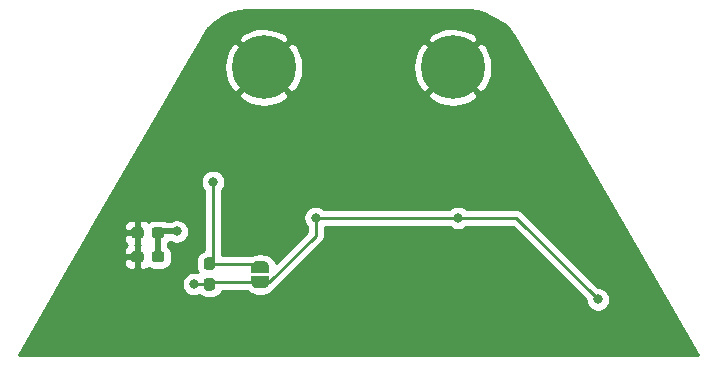
<source format=gbr>
%TF.GenerationSoftware,KiCad,Pcbnew,(5.1.6)-1*%
%TF.CreationDate,2020-11-09T21:27:46-05:00*%
%TF.ProjectId,LIghtBoard,4c496768-7442-46f6-9172-642e6b696361,rev?*%
%TF.SameCoordinates,Original*%
%TF.FileFunction,Copper,L2,Bot*%
%TF.FilePolarity,Positive*%
%FSLAX46Y46*%
G04 Gerber Fmt 4.6, Leading zero omitted, Abs format (unit mm)*
G04 Created by KiCad (PCBNEW (5.1.6)-1) date 2020-11-09 21:27:46*
%MOMM*%
%LPD*%
G01*
G04 APERTURE LIST*
%TA.AperFunction,ComponentPad*%
%ADD10C,5.400000*%
%TD*%
%TA.AperFunction,SMDPad,CuDef*%
%ADD11C,0.100000*%
%TD*%
%TA.AperFunction,ViaPad*%
%ADD12C,0.800000*%
%TD*%
%TA.AperFunction,Conductor*%
%ADD13C,0.500000*%
%TD*%
%TA.AperFunction,Conductor*%
%ADD14C,0.250000*%
%TD*%
%TA.AperFunction,Conductor*%
%ADD15C,0.254000*%
%TD*%
G04 APERTURE END LIST*
D10*
%TO.P,H1,1*%
%TO.N,GND*%
X123900000Y-85100000D03*
%TD*%
%TO.P,C2,2*%
%TO.N,GND*%
%TA.AperFunction,SMDPad,CuDef*%
G36*
G01*
X113725000Y-100912500D02*
X113725000Y-101387500D01*
G75*
G02*
X113487500Y-101625000I-237500J0D01*
G01*
X112912500Y-101625000D01*
G75*
G02*
X112675000Y-101387500I0J237500D01*
G01*
X112675000Y-100912500D01*
G75*
G02*
X112912500Y-100675000I237500J0D01*
G01*
X113487500Y-100675000D01*
G75*
G02*
X113725000Y-100912500I0J-237500D01*
G01*
G37*
%TD.AperFunction*%
%TO.P,C2,1*%
%TO.N,5V*%
%TA.AperFunction,SMDPad,CuDef*%
G36*
G01*
X115475000Y-100912500D02*
X115475000Y-101387500D01*
G75*
G02*
X115237500Y-101625000I-237500J0D01*
G01*
X114662500Y-101625000D01*
G75*
G02*
X114425000Y-101387500I0J237500D01*
G01*
X114425000Y-100912500D01*
G75*
G02*
X114662500Y-100675000I237500J0D01*
G01*
X115237500Y-100675000D01*
G75*
G02*
X115475000Y-100912500I0J-237500D01*
G01*
G37*
%TD.AperFunction*%
%TD*%
%TO.P,R1,2*%
%TO.N,Net-(D1-Pad4)*%
%TA.AperFunction,SMDPad,CuDef*%
G36*
G01*
X119062500Y-102950000D02*
X119537500Y-102950000D01*
G75*
G02*
X119775000Y-103187500I0J-237500D01*
G01*
X119775000Y-103762500D01*
G75*
G02*
X119537500Y-104000000I-237500J0D01*
G01*
X119062500Y-104000000D01*
G75*
G02*
X118825000Y-103762500I0J237500D01*
G01*
X118825000Y-103187500D01*
G75*
G02*
X119062500Y-102950000I237500J0D01*
G01*
G37*
%TD.AperFunction*%
%TO.P,R1,1*%
%TO.N,/Din*%
%TA.AperFunction,SMDPad,CuDef*%
G36*
G01*
X119062500Y-101200000D02*
X119537500Y-101200000D01*
G75*
G02*
X119775000Y-101437500I0J-237500D01*
G01*
X119775000Y-102012500D01*
G75*
G02*
X119537500Y-102250000I-237500J0D01*
G01*
X119062500Y-102250000D01*
G75*
G02*
X118825000Y-102012500I0J237500D01*
G01*
X118825000Y-101437500D01*
G75*
G02*
X119062500Y-101200000I237500J0D01*
G01*
G37*
%TD.AperFunction*%
%TD*%
%TA.AperFunction,SMDPad,CuDef*%
D11*
%TO.P,JP1,2*%
%TO.N,/Din*%
G36*
X122850602Y-102000000D02*
G01*
X122850602Y-101975466D01*
X122855412Y-101926635D01*
X122864984Y-101878510D01*
X122879228Y-101831555D01*
X122898005Y-101786222D01*
X122921136Y-101742949D01*
X122948396Y-101702150D01*
X122979524Y-101664221D01*
X123014221Y-101629524D01*
X123052150Y-101598396D01*
X123092949Y-101571136D01*
X123136222Y-101548005D01*
X123181555Y-101529228D01*
X123228510Y-101514984D01*
X123276635Y-101505412D01*
X123325466Y-101500602D01*
X123350000Y-101500602D01*
X123350000Y-101500000D01*
X123850000Y-101500000D01*
X123850000Y-101500602D01*
X123874534Y-101500602D01*
X123923365Y-101505412D01*
X123971490Y-101514984D01*
X124018445Y-101529228D01*
X124063778Y-101548005D01*
X124107051Y-101571136D01*
X124147850Y-101598396D01*
X124185779Y-101629524D01*
X124220476Y-101664221D01*
X124251604Y-101702150D01*
X124278864Y-101742949D01*
X124301995Y-101786222D01*
X124320772Y-101831555D01*
X124335016Y-101878510D01*
X124344588Y-101926635D01*
X124349398Y-101975466D01*
X124349398Y-102000000D01*
X124350000Y-102000000D01*
X124350000Y-102500000D01*
X122850000Y-102500000D01*
X122850000Y-102000000D01*
X122850602Y-102000000D01*
G37*
%TD.AperFunction*%
%TA.AperFunction,SMDPad,CuDef*%
%TO.P,JP1,1*%
%TO.N,Net-(D1-Pad4)*%
G36*
X124350000Y-102800000D02*
G01*
X124350000Y-103300000D01*
X124349398Y-103300000D01*
X124349398Y-103324534D01*
X124344588Y-103373365D01*
X124335016Y-103421490D01*
X124320772Y-103468445D01*
X124301995Y-103513778D01*
X124278864Y-103557051D01*
X124251604Y-103597850D01*
X124220476Y-103635779D01*
X124185779Y-103670476D01*
X124147850Y-103701604D01*
X124107051Y-103728864D01*
X124063778Y-103751995D01*
X124018445Y-103770772D01*
X123971490Y-103785016D01*
X123923365Y-103794588D01*
X123874534Y-103799398D01*
X123850000Y-103799398D01*
X123850000Y-103800000D01*
X123350000Y-103800000D01*
X123350000Y-103799398D01*
X123325466Y-103799398D01*
X123276635Y-103794588D01*
X123228510Y-103785016D01*
X123181555Y-103770772D01*
X123136222Y-103751995D01*
X123092949Y-103728864D01*
X123052150Y-103701604D01*
X123014221Y-103670476D01*
X122979524Y-103635779D01*
X122948396Y-103597850D01*
X122921136Y-103557051D01*
X122898005Y-103513778D01*
X122879228Y-103468445D01*
X122864984Y-103421490D01*
X122855412Y-103373365D01*
X122850602Y-103324534D01*
X122850602Y-103300000D01*
X122850000Y-103300000D01*
X122850000Y-102800000D01*
X124350000Y-102800000D01*
G37*
%TD.AperFunction*%
%TD*%
D10*
%TO.P,H2,1*%
%TO.N,GND*%
X139900000Y-85100000D03*
%TD*%
%TO.P,C1,2*%
%TO.N,GND*%
%TA.AperFunction,SMDPad,CuDef*%
G36*
G01*
X113725000Y-98862500D02*
X113725000Y-99337500D01*
G75*
G02*
X113487500Y-99575000I-237500J0D01*
G01*
X112912500Y-99575000D01*
G75*
G02*
X112675000Y-99337500I0J237500D01*
G01*
X112675000Y-98862500D01*
G75*
G02*
X112912500Y-98625000I237500J0D01*
G01*
X113487500Y-98625000D01*
G75*
G02*
X113725000Y-98862500I0J-237500D01*
G01*
G37*
%TD.AperFunction*%
%TO.P,C1,1*%
%TO.N,5V*%
%TA.AperFunction,SMDPad,CuDef*%
G36*
G01*
X115475000Y-98862500D02*
X115475000Y-99337500D01*
G75*
G02*
X115237500Y-99575000I-237500J0D01*
G01*
X114662500Y-99575000D01*
G75*
G02*
X114425000Y-99337500I0J237500D01*
G01*
X114425000Y-98862500D01*
G75*
G02*
X114662500Y-98625000I237500J0D01*
G01*
X115237500Y-98625000D01*
G75*
G02*
X115475000Y-98862500I0J-237500D01*
G01*
G37*
%TD.AperFunction*%
%TD*%
D12*
%TO.N,GND*%
X143900000Y-100600000D03*
X131900000Y-99700000D03*
%TO.N,5V*%
X116550000Y-99000000D03*
%TO.N,Net-(D1-Pad4)*%
X128300000Y-97850000D03*
X140350000Y-97850000D03*
X152200000Y-104750000D03*
X118000000Y-103450000D03*
%TO.N,/Din*%
X119600000Y-94800000D03*
%TD*%
D13*
%TO.N,5V*%
X115050000Y-99000000D02*
X114950000Y-99100000D01*
X116550000Y-99000000D02*
X115050000Y-99000000D01*
X114950000Y-99100000D02*
X114950000Y-101150000D01*
D14*
%TO.N,Net-(D1-Pad4)*%
X118025000Y-103475000D02*
X118000000Y-103450000D01*
X119300000Y-103475000D02*
X118025000Y-103475000D01*
X119475000Y-103300000D02*
X119300000Y-103475000D01*
X123600000Y-103300000D02*
X119475000Y-103300000D01*
X124347592Y-103300000D02*
X128300000Y-99347592D01*
X128300000Y-99347592D02*
X128300000Y-97850000D01*
X123600000Y-103300000D02*
X124347592Y-103300000D01*
X128300000Y-97850000D02*
X140350000Y-97850000D01*
X145300000Y-97850000D02*
X152200000Y-104750000D01*
X140350000Y-97850000D02*
X145300000Y-97850000D01*
%TO.N,/Din*%
X119600000Y-101425000D02*
X119300000Y-101725000D01*
X119600000Y-94800000D02*
X119600000Y-101425000D01*
X123325000Y-101725000D02*
X123600000Y-102000000D01*
X119300000Y-101725000D02*
X123325000Y-101725000D01*
%TD*%
D15*
%TO.N,GND*%
G36*
X142068082Y-80331175D02*
G01*
X142565649Y-80467294D01*
X144230062Y-81415622D01*
X144673272Y-81872980D01*
X145069997Y-82449826D01*
X160656702Y-109440000D01*
X103143297Y-109440000D01*
X106661364Y-103348061D01*
X116965000Y-103348061D01*
X116965000Y-103551939D01*
X117004774Y-103751898D01*
X117082795Y-103940256D01*
X117196063Y-104109774D01*
X117340226Y-104253937D01*
X117509744Y-104367205D01*
X117698102Y-104445226D01*
X117898061Y-104485000D01*
X118101939Y-104485000D01*
X118301898Y-104445226D01*
X118447426Y-104384946D01*
X118576058Y-104490512D01*
X118727433Y-104571423D01*
X118891684Y-104621248D01*
X119062500Y-104638072D01*
X119537500Y-104638072D01*
X119708316Y-104621248D01*
X119872567Y-104571423D01*
X120023942Y-104490512D01*
X120156623Y-104381623D01*
X120265512Y-104248942D01*
X120346423Y-104097567D01*
X120357819Y-104060000D01*
X122505431Y-104060000D01*
X122512310Y-104068382D01*
X122581618Y-104137690D01*
X122678309Y-104217042D01*
X122759808Y-104271498D01*
X122870125Y-104330464D01*
X122960681Y-104367973D01*
X123080377Y-104404282D01*
X123176510Y-104423404D01*
X123300991Y-104435664D01*
X123325550Y-104435664D01*
X123350000Y-104438072D01*
X123850000Y-104438072D01*
X123874450Y-104435664D01*
X123899009Y-104435664D01*
X124023490Y-104423404D01*
X124119623Y-104404282D01*
X124239319Y-104367973D01*
X124329875Y-104330464D01*
X124440192Y-104271498D01*
X124521691Y-104217042D01*
X124618382Y-104137690D01*
X124687690Y-104068382D01*
X124767042Y-103971691D01*
X124815504Y-103899163D01*
X124887593Y-103840001D01*
X124911396Y-103810997D01*
X128811004Y-99911390D01*
X128840001Y-99887593D01*
X128908656Y-99803937D01*
X128934974Y-99771869D01*
X129005546Y-99639839D01*
X129008889Y-99628817D01*
X129049003Y-99496578D01*
X129060000Y-99384925D01*
X129060000Y-99384915D01*
X129063676Y-99347592D01*
X129060000Y-99310270D01*
X129060000Y-98610000D01*
X139646289Y-98610000D01*
X139690226Y-98653937D01*
X139859744Y-98767205D01*
X140048102Y-98845226D01*
X140248061Y-98885000D01*
X140451939Y-98885000D01*
X140651898Y-98845226D01*
X140840256Y-98767205D01*
X141009774Y-98653937D01*
X141053711Y-98610000D01*
X144985199Y-98610000D01*
X151165000Y-104789802D01*
X151165000Y-104851939D01*
X151204774Y-105051898D01*
X151282795Y-105240256D01*
X151396063Y-105409774D01*
X151540226Y-105553937D01*
X151709744Y-105667205D01*
X151898102Y-105745226D01*
X152098061Y-105785000D01*
X152301939Y-105785000D01*
X152501898Y-105745226D01*
X152690256Y-105667205D01*
X152859774Y-105553937D01*
X153003937Y-105409774D01*
X153117205Y-105240256D01*
X153195226Y-105051898D01*
X153235000Y-104851939D01*
X153235000Y-104648061D01*
X153195226Y-104448102D01*
X153117205Y-104259744D01*
X153003937Y-104090226D01*
X152859774Y-103946063D01*
X152690256Y-103832795D01*
X152501898Y-103754774D01*
X152301939Y-103715000D01*
X152239802Y-103715000D01*
X145863804Y-97339003D01*
X145840001Y-97309999D01*
X145724276Y-97215026D01*
X145592247Y-97144454D01*
X145448986Y-97100997D01*
X145337333Y-97090000D01*
X145337322Y-97090000D01*
X145300000Y-97086324D01*
X145262678Y-97090000D01*
X141053711Y-97090000D01*
X141009774Y-97046063D01*
X140840256Y-96932795D01*
X140651898Y-96854774D01*
X140451939Y-96815000D01*
X140248061Y-96815000D01*
X140048102Y-96854774D01*
X139859744Y-96932795D01*
X139690226Y-97046063D01*
X139646289Y-97090000D01*
X129003711Y-97090000D01*
X128959774Y-97046063D01*
X128790256Y-96932795D01*
X128601898Y-96854774D01*
X128401939Y-96815000D01*
X128198061Y-96815000D01*
X127998102Y-96854774D01*
X127809744Y-96932795D01*
X127640226Y-97046063D01*
X127496063Y-97190226D01*
X127382795Y-97359744D01*
X127304774Y-97548102D01*
X127265000Y-97748061D01*
X127265000Y-97951939D01*
X127304774Y-98151898D01*
X127382795Y-98340256D01*
X127496063Y-98509774D01*
X127540001Y-98553712D01*
X127540000Y-99032790D01*
X124928245Y-101644545D01*
X124917973Y-101610681D01*
X124880464Y-101520125D01*
X124821498Y-101409808D01*
X124767042Y-101328309D01*
X124687690Y-101231618D01*
X124618382Y-101162310D01*
X124521691Y-101082958D01*
X124440192Y-101028502D01*
X124329875Y-100969536D01*
X124239319Y-100932027D01*
X124119623Y-100895718D01*
X124023490Y-100876596D01*
X123899009Y-100864336D01*
X123874450Y-100864336D01*
X123850000Y-100861928D01*
X123350000Y-100861928D01*
X123325550Y-100864336D01*
X123300991Y-100864336D01*
X123176510Y-100876596D01*
X123080377Y-100895718D01*
X122960681Y-100932027D01*
X122881076Y-100965000D01*
X120360000Y-100965000D01*
X120360000Y-95503711D01*
X120403937Y-95459774D01*
X120517205Y-95290256D01*
X120595226Y-95101898D01*
X120635000Y-94901939D01*
X120635000Y-94698061D01*
X120595226Y-94498102D01*
X120517205Y-94309744D01*
X120403937Y-94140226D01*
X120259774Y-93996063D01*
X120090256Y-93882795D01*
X119901898Y-93804774D01*
X119701939Y-93765000D01*
X119498061Y-93765000D01*
X119298102Y-93804774D01*
X119109744Y-93882795D01*
X118940226Y-93996063D01*
X118796063Y-94140226D01*
X118682795Y-94309744D01*
X118604774Y-94498102D01*
X118565000Y-94698061D01*
X118565000Y-94901939D01*
X118604774Y-95101898D01*
X118682795Y-95290256D01*
X118796063Y-95459774D01*
X118840000Y-95503711D01*
X118840001Y-100594430D01*
X118727433Y-100628577D01*
X118576058Y-100709488D01*
X118443377Y-100818377D01*
X118334488Y-100951058D01*
X118253577Y-101102433D01*
X118203752Y-101266684D01*
X118186928Y-101437500D01*
X118186928Y-102012500D01*
X118203752Y-102183316D01*
X118253577Y-102347567D01*
X118313434Y-102459552D01*
X118301898Y-102454774D01*
X118101939Y-102415000D01*
X117898061Y-102415000D01*
X117698102Y-102454774D01*
X117509744Y-102532795D01*
X117340226Y-102646063D01*
X117196063Y-102790226D01*
X117082795Y-102959744D01*
X117004774Y-103148102D01*
X116965000Y-103348061D01*
X106661364Y-103348061D01*
X107656424Y-101625000D01*
X112036928Y-101625000D01*
X112049188Y-101749482D01*
X112085498Y-101869180D01*
X112144463Y-101979494D01*
X112223815Y-102076185D01*
X112320506Y-102155537D01*
X112430820Y-102214502D01*
X112550518Y-102250812D01*
X112675000Y-102263072D01*
X112914250Y-102260000D01*
X113073000Y-102101250D01*
X113073000Y-101277000D01*
X112198750Y-101277000D01*
X112040000Y-101435750D01*
X112036928Y-101625000D01*
X107656424Y-101625000D01*
X108840289Y-99575000D01*
X112036928Y-99575000D01*
X112049188Y-99699482D01*
X112085498Y-99819180D01*
X112144463Y-99929494D01*
X112223815Y-100026185D01*
X112320506Y-100105537D01*
X112356918Y-100125000D01*
X112320506Y-100144463D01*
X112223815Y-100223815D01*
X112144463Y-100320506D01*
X112085498Y-100430820D01*
X112049188Y-100550518D01*
X112036928Y-100675000D01*
X112040000Y-100864250D01*
X112198750Y-101023000D01*
X113073000Y-101023000D01*
X113073000Y-100198750D01*
X112999250Y-100125000D01*
X113073000Y-100051250D01*
X113073000Y-99227000D01*
X112198750Y-99227000D01*
X112040000Y-99385750D01*
X112036928Y-99575000D01*
X108840289Y-99575000D01*
X109388909Y-98625000D01*
X112036928Y-98625000D01*
X112040000Y-98814250D01*
X112198750Y-98973000D01*
X113073000Y-98973000D01*
X113073000Y-98148750D01*
X113327000Y-98148750D01*
X113327000Y-98973000D01*
X113347000Y-98973000D01*
X113347000Y-99227000D01*
X113327000Y-99227000D01*
X113327000Y-100051250D01*
X113400750Y-100125000D01*
X113327000Y-100198750D01*
X113327000Y-101023000D01*
X113347000Y-101023000D01*
X113347000Y-101277000D01*
X113327000Y-101277000D01*
X113327000Y-102101250D01*
X113485750Y-102260000D01*
X113725000Y-102263072D01*
X113849482Y-102250812D01*
X113969180Y-102214502D01*
X114079494Y-102155537D01*
X114152161Y-102095901D01*
X114176058Y-102115512D01*
X114327433Y-102196423D01*
X114491684Y-102246248D01*
X114662500Y-102263072D01*
X115237500Y-102263072D01*
X115408316Y-102246248D01*
X115572567Y-102196423D01*
X115723942Y-102115512D01*
X115856623Y-102006623D01*
X115965512Y-101873942D01*
X116046423Y-101722567D01*
X116096248Y-101558316D01*
X116113072Y-101387500D01*
X116113072Y-100912500D01*
X116096248Y-100741684D01*
X116046423Y-100577433D01*
X115965512Y-100426058D01*
X115856623Y-100293377D01*
X115835000Y-100275631D01*
X115835000Y-99974369D01*
X115856623Y-99956623D01*
X115915403Y-99885000D01*
X116011546Y-99885000D01*
X116059744Y-99917205D01*
X116248102Y-99995226D01*
X116448061Y-100035000D01*
X116651939Y-100035000D01*
X116851898Y-99995226D01*
X117040256Y-99917205D01*
X117209774Y-99803937D01*
X117353937Y-99659774D01*
X117467205Y-99490256D01*
X117545226Y-99301898D01*
X117585000Y-99101939D01*
X117585000Y-98898061D01*
X117545226Y-98698102D01*
X117467205Y-98509744D01*
X117353937Y-98340226D01*
X117209774Y-98196063D01*
X117040256Y-98082795D01*
X116851898Y-98004774D01*
X116651939Y-97965000D01*
X116448061Y-97965000D01*
X116248102Y-98004774D01*
X116059744Y-98082795D01*
X116011546Y-98115000D01*
X115687482Y-98115000D01*
X115572567Y-98053577D01*
X115408316Y-98003752D01*
X115237500Y-97986928D01*
X114662500Y-97986928D01*
X114491684Y-98003752D01*
X114327433Y-98053577D01*
X114176058Y-98134488D01*
X114152161Y-98154099D01*
X114079494Y-98094463D01*
X113969180Y-98035498D01*
X113849482Y-97999188D01*
X113725000Y-97986928D01*
X113485750Y-97990000D01*
X113327000Y-98148750D01*
X113073000Y-98148750D01*
X112914250Y-97990000D01*
X112675000Y-97986928D01*
X112550518Y-97999188D01*
X112430820Y-98035498D01*
X112320506Y-98094463D01*
X112223815Y-98173815D01*
X112144463Y-98270506D01*
X112085498Y-98380820D01*
X112049188Y-98500518D01*
X112036928Y-98625000D01*
X109388909Y-98625000D01*
X115845092Y-87445374D01*
X121734231Y-87445374D01*
X122034411Y-87883828D01*
X122613356Y-88194296D01*
X123241746Y-88385852D01*
X123895431Y-88451134D01*
X124549293Y-88387634D01*
X125178203Y-88197792D01*
X125757992Y-87888904D01*
X125765589Y-87883828D01*
X126065769Y-87445374D01*
X137734231Y-87445374D01*
X138034411Y-87883828D01*
X138613356Y-88194296D01*
X139241746Y-88385852D01*
X139895431Y-88451134D01*
X140549293Y-88387634D01*
X141178203Y-88197792D01*
X141757992Y-87888904D01*
X141765589Y-87883828D01*
X142065769Y-87445374D01*
X139900000Y-85279605D01*
X137734231Y-87445374D01*
X126065769Y-87445374D01*
X123900000Y-85279605D01*
X121734231Y-87445374D01*
X115845092Y-87445374D01*
X117202174Y-85095431D01*
X120548866Y-85095431D01*
X120612366Y-85749293D01*
X120802208Y-86378203D01*
X121111096Y-86957992D01*
X121116172Y-86965589D01*
X121554626Y-87265769D01*
X123720395Y-85100000D01*
X124079605Y-85100000D01*
X126245374Y-87265769D01*
X126683828Y-86965589D01*
X126994296Y-86386644D01*
X127185852Y-85758254D01*
X127251134Y-85104569D01*
X127250247Y-85095431D01*
X136548866Y-85095431D01*
X136612366Y-85749293D01*
X136802208Y-86378203D01*
X137111096Y-86957992D01*
X137116172Y-86965589D01*
X137554626Y-87265769D01*
X139720395Y-85100000D01*
X140079605Y-85100000D01*
X142245374Y-87265769D01*
X142683828Y-86965589D01*
X142994296Y-86386644D01*
X143185852Y-85758254D01*
X143251134Y-85104569D01*
X143187634Y-84450707D01*
X142997792Y-83821797D01*
X142688904Y-83242008D01*
X142683828Y-83234411D01*
X142245374Y-82934231D01*
X140079605Y-85100000D01*
X139720395Y-85100000D01*
X137554626Y-82934231D01*
X137116172Y-83234411D01*
X136805704Y-83813356D01*
X136614148Y-84441746D01*
X136548866Y-85095431D01*
X127250247Y-85095431D01*
X127187634Y-84450707D01*
X126997792Y-83821797D01*
X126688904Y-83242008D01*
X126683828Y-83234411D01*
X126245374Y-82934231D01*
X124079605Y-85100000D01*
X123720395Y-85100000D01*
X121554626Y-82934231D01*
X121116172Y-83234411D01*
X120805704Y-83813356D01*
X120614148Y-84441746D01*
X120548866Y-85095431D01*
X117202174Y-85095431D01*
X118553979Y-82754626D01*
X121734231Y-82754626D01*
X123900000Y-84920395D01*
X126065769Y-82754626D01*
X137734231Y-82754626D01*
X139900000Y-84920395D01*
X142065769Y-82754626D01*
X141765589Y-82316172D01*
X141186644Y-82005704D01*
X140558254Y-81814148D01*
X139904569Y-81748866D01*
X139250707Y-81812366D01*
X138621797Y-82002208D01*
X138042008Y-82311096D01*
X138034411Y-82316172D01*
X137734231Y-82754626D01*
X126065769Y-82754626D01*
X125765589Y-82316172D01*
X125186644Y-82005704D01*
X124558254Y-81814148D01*
X123904569Y-81748866D01*
X123250707Y-81812366D01*
X122621797Y-82002208D01*
X122042008Y-82311096D01*
X122034411Y-82316172D01*
X121734231Y-82754626D01*
X118553979Y-82754626D01*
X118727291Y-82454517D01*
X119187800Y-81799612D01*
X119736052Y-81257332D01*
X120371670Y-80820707D01*
X121074561Y-80503542D01*
X121825924Y-80315005D01*
X122525897Y-80260000D01*
X141270586Y-80260000D01*
X142068082Y-80331175D01*
G37*
X142068082Y-80331175D02*
X142565649Y-80467294D01*
X144230062Y-81415622D01*
X144673272Y-81872980D01*
X145069997Y-82449826D01*
X160656702Y-109440000D01*
X103143297Y-109440000D01*
X106661364Y-103348061D01*
X116965000Y-103348061D01*
X116965000Y-103551939D01*
X117004774Y-103751898D01*
X117082795Y-103940256D01*
X117196063Y-104109774D01*
X117340226Y-104253937D01*
X117509744Y-104367205D01*
X117698102Y-104445226D01*
X117898061Y-104485000D01*
X118101939Y-104485000D01*
X118301898Y-104445226D01*
X118447426Y-104384946D01*
X118576058Y-104490512D01*
X118727433Y-104571423D01*
X118891684Y-104621248D01*
X119062500Y-104638072D01*
X119537500Y-104638072D01*
X119708316Y-104621248D01*
X119872567Y-104571423D01*
X120023942Y-104490512D01*
X120156623Y-104381623D01*
X120265512Y-104248942D01*
X120346423Y-104097567D01*
X120357819Y-104060000D01*
X122505431Y-104060000D01*
X122512310Y-104068382D01*
X122581618Y-104137690D01*
X122678309Y-104217042D01*
X122759808Y-104271498D01*
X122870125Y-104330464D01*
X122960681Y-104367973D01*
X123080377Y-104404282D01*
X123176510Y-104423404D01*
X123300991Y-104435664D01*
X123325550Y-104435664D01*
X123350000Y-104438072D01*
X123850000Y-104438072D01*
X123874450Y-104435664D01*
X123899009Y-104435664D01*
X124023490Y-104423404D01*
X124119623Y-104404282D01*
X124239319Y-104367973D01*
X124329875Y-104330464D01*
X124440192Y-104271498D01*
X124521691Y-104217042D01*
X124618382Y-104137690D01*
X124687690Y-104068382D01*
X124767042Y-103971691D01*
X124815504Y-103899163D01*
X124887593Y-103840001D01*
X124911396Y-103810997D01*
X128811004Y-99911390D01*
X128840001Y-99887593D01*
X128908656Y-99803937D01*
X128934974Y-99771869D01*
X129005546Y-99639839D01*
X129008889Y-99628817D01*
X129049003Y-99496578D01*
X129060000Y-99384925D01*
X129060000Y-99384915D01*
X129063676Y-99347592D01*
X129060000Y-99310270D01*
X129060000Y-98610000D01*
X139646289Y-98610000D01*
X139690226Y-98653937D01*
X139859744Y-98767205D01*
X140048102Y-98845226D01*
X140248061Y-98885000D01*
X140451939Y-98885000D01*
X140651898Y-98845226D01*
X140840256Y-98767205D01*
X141009774Y-98653937D01*
X141053711Y-98610000D01*
X144985199Y-98610000D01*
X151165000Y-104789802D01*
X151165000Y-104851939D01*
X151204774Y-105051898D01*
X151282795Y-105240256D01*
X151396063Y-105409774D01*
X151540226Y-105553937D01*
X151709744Y-105667205D01*
X151898102Y-105745226D01*
X152098061Y-105785000D01*
X152301939Y-105785000D01*
X152501898Y-105745226D01*
X152690256Y-105667205D01*
X152859774Y-105553937D01*
X153003937Y-105409774D01*
X153117205Y-105240256D01*
X153195226Y-105051898D01*
X153235000Y-104851939D01*
X153235000Y-104648061D01*
X153195226Y-104448102D01*
X153117205Y-104259744D01*
X153003937Y-104090226D01*
X152859774Y-103946063D01*
X152690256Y-103832795D01*
X152501898Y-103754774D01*
X152301939Y-103715000D01*
X152239802Y-103715000D01*
X145863804Y-97339003D01*
X145840001Y-97309999D01*
X145724276Y-97215026D01*
X145592247Y-97144454D01*
X145448986Y-97100997D01*
X145337333Y-97090000D01*
X145337322Y-97090000D01*
X145300000Y-97086324D01*
X145262678Y-97090000D01*
X141053711Y-97090000D01*
X141009774Y-97046063D01*
X140840256Y-96932795D01*
X140651898Y-96854774D01*
X140451939Y-96815000D01*
X140248061Y-96815000D01*
X140048102Y-96854774D01*
X139859744Y-96932795D01*
X139690226Y-97046063D01*
X139646289Y-97090000D01*
X129003711Y-97090000D01*
X128959774Y-97046063D01*
X128790256Y-96932795D01*
X128601898Y-96854774D01*
X128401939Y-96815000D01*
X128198061Y-96815000D01*
X127998102Y-96854774D01*
X127809744Y-96932795D01*
X127640226Y-97046063D01*
X127496063Y-97190226D01*
X127382795Y-97359744D01*
X127304774Y-97548102D01*
X127265000Y-97748061D01*
X127265000Y-97951939D01*
X127304774Y-98151898D01*
X127382795Y-98340256D01*
X127496063Y-98509774D01*
X127540001Y-98553712D01*
X127540000Y-99032790D01*
X124928245Y-101644545D01*
X124917973Y-101610681D01*
X124880464Y-101520125D01*
X124821498Y-101409808D01*
X124767042Y-101328309D01*
X124687690Y-101231618D01*
X124618382Y-101162310D01*
X124521691Y-101082958D01*
X124440192Y-101028502D01*
X124329875Y-100969536D01*
X124239319Y-100932027D01*
X124119623Y-100895718D01*
X124023490Y-100876596D01*
X123899009Y-100864336D01*
X123874450Y-100864336D01*
X123850000Y-100861928D01*
X123350000Y-100861928D01*
X123325550Y-100864336D01*
X123300991Y-100864336D01*
X123176510Y-100876596D01*
X123080377Y-100895718D01*
X122960681Y-100932027D01*
X122881076Y-100965000D01*
X120360000Y-100965000D01*
X120360000Y-95503711D01*
X120403937Y-95459774D01*
X120517205Y-95290256D01*
X120595226Y-95101898D01*
X120635000Y-94901939D01*
X120635000Y-94698061D01*
X120595226Y-94498102D01*
X120517205Y-94309744D01*
X120403937Y-94140226D01*
X120259774Y-93996063D01*
X120090256Y-93882795D01*
X119901898Y-93804774D01*
X119701939Y-93765000D01*
X119498061Y-93765000D01*
X119298102Y-93804774D01*
X119109744Y-93882795D01*
X118940226Y-93996063D01*
X118796063Y-94140226D01*
X118682795Y-94309744D01*
X118604774Y-94498102D01*
X118565000Y-94698061D01*
X118565000Y-94901939D01*
X118604774Y-95101898D01*
X118682795Y-95290256D01*
X118796063Y-95459774D01*
X118840000Y-95503711D01*
X118840001Y-100594430D01*
X118727433Y-100628577D01*
X118576058Y-100709488D01*
X118443377Y-100818377D01*
X118334488Y-100951058D01*
X118253577Y-101102433D01*
X118203752Y-101266684D01*
X118186928Y-101437500D01*
X118186928Y-102012500D01*
X118203752Y-102183316D01*
X118253577Y-102347567D01*
X118313434Y-102459552D01*
X118301898Y-102454774D01*
X118101939Y-102415000D01*
X117898061Y-102415000D01*
X117698102Y-102454774D01*
X117509744Y-102532795D01*
X117340226Y-102646063D01*
X117196063Y-102790226D01*
X117082795Y-102959744D01*
X117004774Y-103148102D01*
X116965000Y-103348061D01*
X106661364Y-103348061D01*
X107656424Y-101625000D01*
X112036928Y-101625000D01*
X112049188Y-101749482D01*
X112085498Y-101869180D01*
X112144463Y-101979494D01*
X112223815Y-102076185D01*
X112320506Y-102155537D01*
X112430820Y-102214502D01*
X112550518Y-102250812D01*
X112675000Y-102263072D01*
X112914250Y-102260000D01*
X113073000Y-102101250D01*
X113073000Y-101277000D01*
X112198750Y-101277000D01*
X112040000Y-101435750D01*
X112036928Y-101625000D01*
X107656424Y-101625000D01*
X108840289Y-99575000D01*
X112036928Y-99575000D01*
X112049188Y-99699482D01*
X112085498Y-99819180D01*
X112144463Y-99929494D01*
X112223815Y-100026185D01*
X112320506Y-100105537D01*
X112356918Y-100125000D01*
X112320506Y-100144463D01*
X112223815Y-100223815D01*
X112144463Y-100320506D01*
X112085498Y-100430820D01*
X112049188Y-100550518D01*
X112036928Y-100675000D01*
X112040000Y-100864250D01*
X112198750Y-101023000D01*
X113073000Y-101023000D01*
X113073000Y-100198750D01*
X112999250Y-100125000D01*
X113073000Y-100051250D01*
X113073000Y-99227000D01*
X112198750Y-99227000D01*
X112040000Y-99385750D01*
X112036928Y-99575000D01*
X108840289Y-99575000D01*
X109388909Y-98625000D01*
X112036928Y-98625000D01*
X112040000Y-98814250D01*
X112198750Y-98973000D01*
X113073000Y-98973000D01*
X113073000Y-98148750D01*
X113327000Y-98148750D01*
X113327000Y-98973000D01*
X113347000Y-98973000D01*
X113347000Y-99227000D01*
X113327000Y-99227000D01*
X113327000Y-100051250D01*
X113400750Y-100125000D01*
X113327000Y-100198750D01*
X113327000Y-101023000D01*
X113347000Y-101023000D01*
X113347000Y-101277000D01*
X113327000Y-101277000D01*
X113327000Y-102101250D01*
X113485750Y-102260000D01*
X113725000Y-102263072D01*
X113849482Y-102250812D01*
X113969180Y-102214502D01*
X114079494Y-102155537D01*
X114152161Y-102095901D01*
X114176058Y-102115512D01*
X114327433Y-102196423D01*
X114491684Y-102246248D01*
X114662500Y-102263072D01*
X115237500Y-102263072D01*
X115408316Y-102246248D01*
X115572567Y-102196423D01*
X115723942Y-102115512D01*
X115856623Y-102006623D01*
X115965512Y-101873942D01*
X116046423Y-101722567D01*
X116096248Y-101558316D01*
X116113072Y-101387500D01*
X116113072Y-100912500D01*
X116096248Y-100741684D01*
X116046423Y-100577433D01*
X115965512Y-100426058D01*
X115856623Y-100293377D01*
X115835000Y-100275631D01*
X115835000Y-99974369D01*
X115856623Y-99956623D01*
X115915403Y-99885000D01*
X116011546Y-99885000D01*
X116059744Y-99917205D01*
X116248102Y-99995226D01*
X116448061Y-100035000D01*
X116651939Y-100035000D01*
X116851898Y-99995226D01*
X117040256Y-99917205D01*
X117209774Y-99803937D01*
X117353937Y-99659774D01*
X117467205Y-99490256D01*
X117545226Y-99301898D01*
X117585000Y-99101939D01*
X117585000Y-98898061D01*
X117545226Y-98698102D01*
X117467205Y-98509744D01*
X117353937Y-98340226D01*
X117209774Y-98196063D01*
X117040256Y-98082795D01*
X116851898Y-98004774D01*
X116651939Y-97965000D01*
X116448061Y-97965000D01*
X116248102Y-98004774D01*
X116059744Y-98082795D01*
X116011546Y-98115000D01*
X115687482Y-98115000D01*
X115572567Y-98053577D01*
X115408316Y-98003752D01*
X115237500Y-97986928D01*
X114662500Y-97986928D01*
X114491684Y-98003752D01*
X114327433Y-98053577D01*
X114176058Y-98134488D01*
X114152161Y-98154099D01*
X114079494Y-98094463D01*
X113969180Y-98035498D01*
X113849482Y-97999188D01*
X113725000Y-97986928D01*
X113485750Y-97990000D01*
X113327000Y-98148750D01*
X113073000Y-98148750D01*
X112914250Y-97990000D01*
X112675000Y-97986928D01*
X112550518Y-97999188D01*
X112430820Y-98035498D01*
X112320506Y-98094463D01*
X112223815Y-98173815D01*
X112144463Y-98270506D01*
X112085498Y-98380820D01*
X112049188Y-98500518D01*
X112036928Y-98625000D01*
X109388909Y-98625000D01*
X115845092Y-87445374D01*
X121734231Y-87445374D01*
X122034411Y-87883828D01*
X122613356Y-88194296D01*
X123241746Y-88385852D01*
X123895431Y-88451134D01*
X124549293Y-88387634D01*
X125178203Y-88197792D01*
X125757992Y-87888904D01*
X125765589Y-87883828D01*
X126065769Y-87445374D01*
X137734231Y-87445374D01*
X138034411Y-87883828D01*
X138613356Y-88194296D01*
X139241746Y-88385852D01*
X139895431Y-88451134D01*
X140549293Y-88387634D01*
X141178203Y-88197792D01*
X141757992Y-87888904D01*
X141765589Y-87883828D01*
X142065769Y-87445374D01*
X139900000Y-85279605D01*
X137734231Y-87445374D01*
X126065769Y-87445374D01*
X123900000Y-85279605D01*
X121734231Y-87445374D01*
X115845092Y-87445374D01*
X117202174Y-85095431D01*
X120548866Y-85095431D01*
X120612366Y-85749293D01*
X120802208Y-86378203D01*
X121111096Y-86957992D01*
X121116172Y-86965589D01*
X121554626Y-87265769D01*
X123720395Y-85100000D01*
X124079605Y-85100000D01*
X126245374Y-87265769D01*
X126683828Y-86965589D01*
X126994296Y-86386644D01*
X127185852Y-85758254D01*
X127251134Y-85104569D01*
X127250247Y-85095431D01*
X136548866Y-85095431D01*
X136612366Y-85749293D01*
X136802208Y-86378203D01*
X137111096Y-86957992D01*
X137116172Y-86965589D01*
X137554626Y-87265769D01*
X139720395Y-85100000D01*
X140079605Y-85100000D01*
X142245374Y-87265769D01*
X142683828Y-86965589D01*
X142994296Y-86386644D01*
X143185852Y-85758254D01*
X143251134Y-85104569D01*
X143187634Y-84450707D01*
X142997792Y-83821797D01*
X142688904Y-83242008D01*
X142683828Y-83234411D01*
X142245374Y-82934231D01*
X140079605Y-85100000D01*
X139720395Y-85100000D01*
X137554626Y-82934231D01*
X137116172Y-83234411D01*
X136805704Y-83813356D01*
X136614148Y-84441746D01*
X136548866Y-85095431D01*
X127250247Y-85095431D01*
X127187634Y-84450707D01*
X126997792Y-83821797D01*
X126688904Y-83242008D01*
X126683828Y-83234411D01*
X126245374Y-82934231D01*
X124079605Y-85100000D01*
X123720395Y-85100000D01*
X121554626Y-82934231D01*
X121116172Y-83234411D01*
X120805704Y-83813356D01*
X120614148Y-84441746D01*
X120548866Y-85095431D01*
X117202174Y-85095431D01*
X118553979Y-82754626D01*
X121734231Y-82754626D01*
X123900000Y-84920395D01*
X126065769Y-82754626D01*
X137734231Y-82754626D01*
X139900000Y-84920395D01*
X142065769Y-82754626D01*
X141765589Y-82316172D01*
X141186644Y-82005704D01*
X140558254Y-81814148D01*
X139904569Y-81748866D01*
X139250707Y-81812366D01*
X138621797Y-82002208D01*
X138042008Y-82311096D01*
X138034411Y-82316172D01*
X137734231Y-82754626D01*
X126065769Y-82754626D01*
X125765589Y-82316172D01*
X125186644Y-82005704D01*
X124558254Y-81814148D01*
X123904569Y-81748866D01*
X123250707Y-81812366D01*
X122621797Y-82002208D01*
X122042008Y-82311096D01*
X122034411Y-82316172D01*
X121734231Y-82754626D01*
X118553979Y-82754626D01*
X118727291Y-82454517D01*
X119187800Y-81799612D01*
X119736052Y-81257332D01*
X120371670Y-80820707D01*
X121074561Y-80503542D01*
X121825924Y-80315005D01*
X122525897Y-80260000D01*
X141270586Y-80260000D01*
X142068082Y-80331175D01*
%TD*%
M02*

</source>
